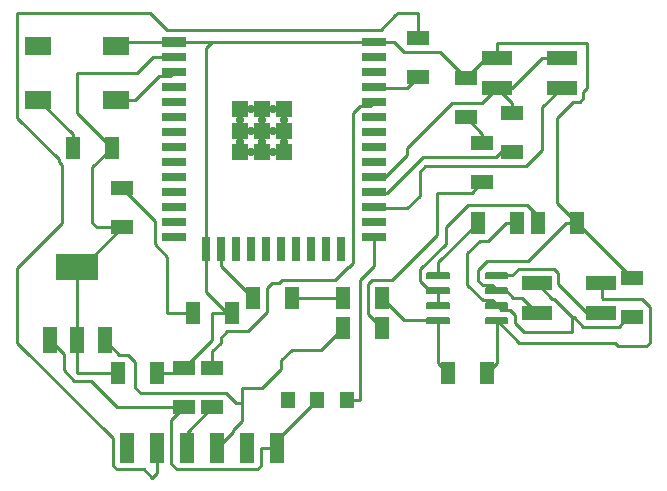
<source format=gbr>
G04 EAGLE Gerber RS-274X export*
G75*
%MOMM*%
%FSLAX34Y34*%
%LPD*%
%INTop Copper*%
%IPPOS*%
%AMOC8*
5,1,8,0,0,1.08239X$1,22.5*%
G01*
G04 Define Apertures*
%ADD10R,1.270000X1.905000*%
%ADD11R,1.905000X1.270000*%
%ADD12R,2.286000X1.524000*%
%ADD13R,1.270000X1.397000*%
%ADD14R,1.270000X2.540000*%
%ADD15R,1.219200X2.235200*%
%ADD16R,3.600000X2.200000*%
%ADD17C,0.150000*%
%ADD18R,2.540000X1.270000*%
%ADD19R,2.000000X0.900000*%
%ADD20R,2.000000X0.762000*%
%ADD21R,0.762000X2.000000*%
%ADD22R,1.330000X1.330000*%
%ADD23C,0.708000*%
%ADD24C,0.254000*%
D10*
X758190Y381000D03*
X791210Y381000D03*
X694690Y330200D03*
X727710Y330200D03*
D11*
X698500Y453390D03*
X698500Y486410D03*
D10*
X656590Y520700D03*
X689610Y520700D03*
D12*
X627380Y607060D03*
X693420Y607060D03*
X627380Y561340D03*
X693420Y561340D03*
D13*
X863600Y307200D03*
X838600Y307200D03*
X888600Y307200D03*
D14*
X829418Y266700D03*
X804018Y266700D03*
X778618Y266700D03*
X753218Y266700D03*
X727818Y266700D03*
X702418Y266700D03*
D15*
X637286Y357679D03*
X660400Y357679D03*
X683514Y357679D03*
D16*
X660400Y419657D03*
D11*
X989457Y546608D03*
X989457Y579628D03*
X1028700Y516890D03*
X1028700Y549910D03*
D17*
X975000Y410500D02*
X956800Y410500D01*
X956800Y415000D01*
X975000Y415000D01*
X975000Y410500D01*
X975000Y411925D02*
X956800Y411925D01*
X956800Y413350D02*
X975000Y413350D01*
X975000Y414775D02*
X956800Y414775D01*
X956800Y397800D02*
X975000Y397800D01*
X956800Y397800D02*
X956800Y402300D01*
X975000Y402300D01*
X975000Y397800D01*
X975000Y399225D02*
X956800Y399225D01*
X956800Y400650D02*
X975000Y400650D01*
X975000Y402075D02*
X956800Y402075D01*
X956800Y385100D02*
X975000Y385100D01*
X956800Y385100D02*
X956800Y389600D01*
X975000Y389600D01*
X975000Y385100D01*
X975000Y386525D02*
X956800Y386525D01*
X956800Y387950D02*
X975000Y387950D01*
X975000Y389375D02*
X956800Y389375D01*
X956800Y372400D02*
X975000Y372400D01*
X956800Y372400D02*
X956800Y376900D01*
X975000Y376900D01*
X975000Y372400D01*
X975000Y373825D02*
X956800Y373825D01*
X956800Y375250D02*
X975000Y375250D01*
X975000Y376675D02*
X956800Y376675D01*
X1006200Y372400D02*
X1024400Y372400D01*
X1006200Y372400D02*
X1006200Y376900D01*
X1024400Y376900D01*
X1024400Y372400D01*
X1024400Y373825D02*
X1006200Y373825D01*
X1006200Y375250D02*
X1024400Y375250D01*
X1024400Y376675D02*
X1006200Y376675D01*
X1006200Y385100D02*
X1024400Y385100D01*
X1006200Y385100D02*
X1006200Y389600D01*
X1024400Y389600D01*
X1024400Y385100D01*
X1024400Y386525D02*
X1006200Y386525D01*
X1006200Y387950D02*
X1024400Y387950D01*
X1024400Y389375D02*
X1006200Y389375D01*
X1006200Y397800D02*
X1024400Y397800D01*
X1006200Y397800D02*
X1006200Y402300D01*
X1024400Y402300D01*
X1024400Y397800D01*
X1024400Y399225D02*
X1006200Y399225D01*
X1006200Y400650D02*
X1024400Y400650D01*
X1024400Y402075D02*
X1006200Y402075D01*
X1006200Y410500D02*
X1024400Y410500D01*
X1006200Y410500D02*
X1006200Y415000D01*
X1024400Y415000D01*
X1024400Y410500D01*
X1024400Y411925D02*
X1006200Y411925D01*
X1006200Y413350D02*
X1024400Y413350D01*
X1024400Y414775D02*
X1006200Y414775D01*
D10*
X974090Y330200D03*
X1007110Y330200D03*
X885190Y393700D03*
X918210Y393700D03*
X1032510Y457200D03*
X999490Y457200D03*
X1083310Y457200D03*
X1050290Y457200D03*
X808990Y393700D03*
X842010Y393700D03*
D11*
X1130300Y377190D03*
X1130300Y410210D03*
D18*
X1016000Y596900D03*
X1016000Y571500D03*
X1070600Y596900D03*
X1070600Y571500D03*
D19*
X741770Y610180D03*
D20*
X741770Y597480D03*
X741770Y584780D03*
X741770Y572080D03*
X741770Y559380D03*
X741770Y546680D03*
X741770Y533980D03*
X741770Y521280D03*
X741770Y508580D03*
X741770Y495880D03*
X741770Y483180D03*
X741770Y470480D03*
X741770Y457780D03*
X741770Y445080D03*
D21*
X769620Y435080D03*
X782320Y435080D03*
X795020Y435080D03*
X807720Y435080D03*
X820420Y435080D03*
X833120Y435080D03*
X845820Y435080D03*
X858520Y435080D03*
X871220Y435080D03*
X883920Y435080D03*
D20*
X911770Y445080D03*
X911770Y457780D03*
X911770Y470480D03*
X911770Y483180D03*
X911770Y495880D03*
X911770Y508580D03*
X911770Y521280D03*
X911770Y533980D03*
X911770Y546680D03*
X911770Y559380D03*
X911770Y572080D03*
X911770Y584780D03*
X911770Y597480D03*
X911770Y610180D03*
D22*
X798420Y553530D03*
X816770Y553530D03*
X835120Y553530D03*
X798420Y535180D03*
X816770Y535180D03*
X835120Y535180D03*
X798420Y516830D03*
X816770Y516830D03*
X835120Y516830D03*
D23*
X807595Y553530D03*
X825945Y553530D03*
X798420Y544355D03*
X816770Y544355D03*
X835120Y544355D03*
X807595Y535180D03*
X825945Y535180D03*
X798420Y526005D03*
X816770Y526005D03*
X835120Y526005D03*
X807595Y516830D03*
X825945Y516830D03*
D10*
X885190Y368300D03*
X918210Y368300D03*
D11*
X1003300Y491490D03*
X1003300Y524510D03*
X948948Y580390D03*
X948948Y613410D03*
X774700Y300990D03*
X774700Y334010D03*
D18*
X1049157Y406400D03*
X1049157Y381000D03*
X1103757Y406400D03*
X1103757Y381000D03*
D11*
X750697Y300990D03*
X750697Y334010D03*
D24*
X738468Y581478D02*
X741770Y584780D01*
X738468Y581478D02*
X729455Y581478D01*
X709317Y561340D02*
X693420Y561340D01*
X709317Y561340D02*
X729455Y581478D01*
X656590Y532130D02*
X627380Y561340D01*
X656590Y532130D02*
X656590Y520700D01*
X727818Y266700D02*
X727818Y245218D01*
X723900Y241300D01*
X693753Y248412D02*
X690480Y251685D01*
X690480Y274720D01*
X609600Y355600D01*
X716788Y248412D02*
X723900Y241300D01*
X716788Y248412D02*
X693753Y248412D01*
X609600Y355600D02*
X609600Y419100D01*
X647700Y457200D01*
X647700Y505812D01*
X644652Y508860D01*
X644652Y511048D01*
X609600Y546100D01*
X609600Y635000D01*
X736244Y620810D02*
X917296Y620810D01*
X722054Y635000D02*
X609600Y635000D01*
X722054Y635000D02*
X736244Y620810D01*
X917296Y620810D02*
X929293Y632807D01*
X948690Y580390D02*
X948948Y580390D01*
X948690Y580390D02*
X939800Y571500D01*
X912350Y571500D01*
X911770Y572080D01*
X929293Y632807D02*
X931486Y635000D01*
X948690Y635000D01*
X948948Y634742D01*
X948948Y613410D01*
X911770Y559380D02*
X908468Y556078D01*
X899455Y556078D01*
X893318Y422765D02*
X890045Y419492D01*
X889392Y419492D01*
X893318Y549941D02*
X899455Y556078D01*
X893318Y549941D02*
X893318Y422765D01*
X889392Y419492D02*
X878713Y408813D01*
X833345Y408813D02*
X830932Y406400D01*
X825500Y406400D01*
X833345Y408813D02*
X878713Y408813D01*
X825500Y406400D02*
X820928Y401828D01*
X820928Y381860D01*
X804955Y365887D01*
X787400Y365887D01*
X785796Y365887D01*
X774700Y300990D02*
X753218Y279508D01*
X753218Y266700D01*
X781558Y360045D02*
X787400Y365887D01*
X781558Y360045D02*
X781558Y355172D01*
X774700Y348314D01*
X774700Y334010D01*
X866770Y349880D02*
X885190Y368300D01*
X866770Y349880D02*
X842105Y349880D01*
X832920Y340695D01*
X832920Y333810D01*
X918210Y368300D02*
X918210Y369922D01*
X1003300Y532765D02*
X989457Y546608D01*
X1003300Y532765D02*
X1003300Y524510D01*
X1003300Y491490D02*
X994410Y482600D01*
X965200Y482600D01*
X926875Y408813D02*
X909545Y408813D01*
X906272Y405540D01*
X906272Y380238D02*
X918210Y368300D01*
X906272Y380238D02*
X906272Y405540D01*
X965200Y447138D02*
X965200Y482600D01*
X965200Y447138D02*
X926875Y408813D01*
X816610Y317500D02*
X800100Y317500D01*
X816610Y317500D02*
X832920Y333810D01*
X792080Y280162D02*
X778618Y266700D01*
X792080Y280162D02*
X792080Y281715D01*
X800100Y289735D02*
X800100Y304800D01*
X800100Y317500D01*
X800100Y289735D02*
X792080Y281715D01*
X695880Y345313D02*
X683514Y357679D01*
X695880Y345313D02*
X703355Y345313D01*
X709549Y339119D01*
X709549Y317500D01*
X794668Y304800D02*
X800100Y304800D01*
X794668Y304800D02*
X786540Y312928D01*
X714121Y312928D02*
X709549Y317500D01*
X714121Y312928D02*
X786540Y312928D01*
X689610Y520700D02*
X660400Y549910D01*
X660400Y584200D01*
X711200Y584200D01*
X724480Y597480D01*
X741770Y597480D01*
X689610Y520700D02*
X673100Y504190D01*
X673100Y457200D01*
X676910Y453390D01*
X698500Y453390D01*
X664767Y419657D02*
X660400Y419657D01*
X664767Y419657D02*
X698500Y453390D01*
X660400Y357679D02*
X660400Y330200D01*
X694690Y330200D01*
X660400Y357679D02*
X660400Y419657D01*
X911770Y420736D02*
X911770Y445080D01*
X911770Y420736D02*
X899414Y408380D01*
X899414Y307086D01*
X888714Y307086D01*
X888600Y307200D01*
X1007110Y330200D02*
X1015300Y338390D01*
X1015300Y374650D01*
X1034350Y355600D01*
X1115412Y355600D01*
X1118460Y352552D01*
X1142140Y352552D01*
X1145413Y355825D01*
X1104900Y405257D02*
X1103757Y406400D01*
X1104900Y405257D02*
X1104900Y393700D01*
X1105662Y392938D01*
X1138330Y392938D01*
X1145413Y385855D01*
X1145413Y355825D01*
X965900Y374650D02*
X937260Y374650D01*
X918210Y393700D01*
X965900Y374650D02*
X965900Y338390D01*
X974090Y330200D01*
X1019412Y383238D02*
X1015300Y387350D01*
X1019412Y383238D02*
X1027025Y383238D01*
X1015300Y387350D02*
X1011188Y391462D01*
X1003575Y391462D01*
X990600Y404437D01*
X990600Y431800D01*
X1000887Y442087D01*
X1008155Y442087D01*
X1023268Y457200D02*
X1032510Y457200D01*
X1023268Y457200D02*
X1008155Y442087D01*
X1030869Y379394D02*
X1030869Y372335D01*
X1030869Y379394D02*
X1027025Y383238D01*
X1038714Y364490D02*
X1079500Y364490D01*
X1038714Y364490D02*
X1030869Y372335D01*
X1062619Y392938D02*
X1049157Y406400D01*
X1062619Y392938D02*
X1064172Y392938D01*
X1079500Y377610D01*
X1079500Y377190D02*
X1079500Y364490D01*
X1079500Y377190D02*
X1079500Y377610D01*
X1088742Y369062D02*
X1118772Y369062D01*
X1080614Y377190D02*
X1079500Y377190D01*
X1126900Y377190D02*
X1130300Y377190D01*
X1088742Y369062D02*
X1080614Y377190D01*
X1118772Y369062D02*
X1126900Y377190D01*
X885190Y393700D02*
X842010Y393700D01*
X965900Y400050D02*
X965900Y387350D01*
X1041175Y472313D02*
X1051052Y462436D01*
X1051052Y457962D02*
X1050290Y457200D01*
X1051052Y457962D02*
X1051052Y462436D01*
X965900Y400050D02*
X958287Y400050D01*
X950462Y407875D01*
X990825Y472313D02*
X1041175Y472313D01*
X990825Y472313D02*
X972058Y453546D01*
X972058Y439467D01*
X950462Y417871D01*
X950462Y407875D01*
X782320Y420370D02*
X782320Y435080D01*
X782320Y420370D02*
X808990Y393700D01*
X965900Y423610D02*
X999490Y457200D01*
X965900Y423610D02*
X965900Y412750D01*
X1054100Y596900D02*
X1070600Y596900D01*
X1054100Y596900D02*
X1028700Y571500D01*
X1016000Y571500D02*
X1028700Y558800D01*
X1028700Y549910D01*
X939800Y514897D02*
X920203Y495300D01*
X914400Y495300D01*
X1003046Y558546D02*
X1016000Y571500D01*
X1003046Y558546D02*
X977617Y558546D01*
X939800Y520729D01*
X939800Y514897D01*
X911770Y470480D02*
X912350Y469900D01*
X1003300Y504952D02*
X1040540Y504952D01*
X1003300Y504952D02*
X1002440Y504952D01*
X950087Y480187D02*
X939800Y469900D01*
X950087Y480187D02*
X950087Y500155D01*
X954884Y504952D02*
X1002440Y504952D01*
X954884Y504952D02*
X950087Y500155D01*
X939800Y469900D02*
X912350Y469900D01*
X1054100Y555000D02*
X1070600Y571500D01*
X1054100Y555000D02*
X1054100Y518512D01*
X1040540Y504952D01*
X922834Y482600D02*
X914400Y482600D01*
X922834Y482600D02*
X952806Y512572D01*
X1019458Y516890D02*
X1028700Y516890D01*
X1019458Y516890D02*
X1015140Y512572D01*
X952806Y512572D01*
X726182Y458728D02*
X698500Y486410D01*
X736600Y428537D02*
X736600Y381000D01*
X726182Y438955D02*
X726182Y458728D01*
X726182Y438955D02*
X736600Y428537D01*
X736600Y381000D02*
X758190Y381000D01*
X1034142Y418338D02*
X1064172Y418338D01*
X1067445Y415065D01*
X1067445Y405755D01*
X1092200Y381000D01*
X1028554Y412750D02*
X1015300Y412750D01*
X1028554Y412750D02*
X1034142Y418338D01*
X750697Y300990D02*
X693975Y300990D01*
X648716Y346249D02*
X637286Y357679D01*
X657559Y323342D02*
X671623Y323342D01*
X693975Y300990D01*
X648716Y332185D02*
X648716Y346249D01*
X648716Y332185D02*
X657559Y323342D01*
X727710Y330200D02*
X746887Y330200D01*
X750697Y334010D01*
X774700Y358013D01*
X774700Y381000D01*
X787400Y381000D01*
X791210Y381000D01*
X750697Y300990D02*
X739756Y290049D01*
X739756Y253209D01*
X812683Y248412D02*
X815956Y251685D01*
X744553Y248412D02*
X739756Y253209D01*
X744553Y248412D02*
X812683Y248412D01*
X815956Y251685D02*
X815956Y266700D01*
X829418Y266700D01*
X829418Y273018D01*
X863600Y307200D01*
X1036457Y393700D02*
X1049157Y381000D01*
X1036457Y393700D02*
X1029263Y393700D01*
X1022913Y400050D01*
X1015300Y400050D01*
X1083310Y457200D02*
X1130300Y410210D01*
X1003575Y404162D02*
X999862Y407875D01*
X999862Y417625D01*
X1011188Y404162D02*
X1015300Y400050D01*
X1011188Y404162D02*
X1003575Y404162D01*
X1074068Y457200D02*
X1083310Y457200D01*
X1007433Y425196D02*
X999862Y417625D01*
X1007433Y425196D02*
X1042064Y425196D01*
X1074068Y457200D01*
X928400Y610180D02*
X911770Y610180D01*
X967613Y601472D02*
X989457Y579628D01*
X937108Y601472D02*
X928400Y610180D01*
X937108Y601472D02*
X967613Y601472D01*
X989457Y579628D02*
X1006729Y596900D01*
X1016000Y596900D01*
X1066800Y473710D02*
X1083310Y457200D01*
X1066800Y473710D02*
X1066800Y546100D01*
X1080262Y559562D01*
X1085615Y559562D01*
X1088888Y562835D01*
X1088888Y568188D01*
X1092200Y571500D01*
X1092200Y609600D01*
X1016000Y609600D01*
X1016000Y596900D01*
X696540Y610180D02*
X693420Y607060D01*
X696540Y610180D02*
X741770Y610180D01*
X774700Y610180D01*
X911770Y610180D01*
X769620Y605100D02*
X769620Y435080D01*
X769620Y605100D02*
X774700Y610180D01*
X769620Y435080D02*
X769620Y398780D01*
X787400Y381000D01*
M02*

</source>
